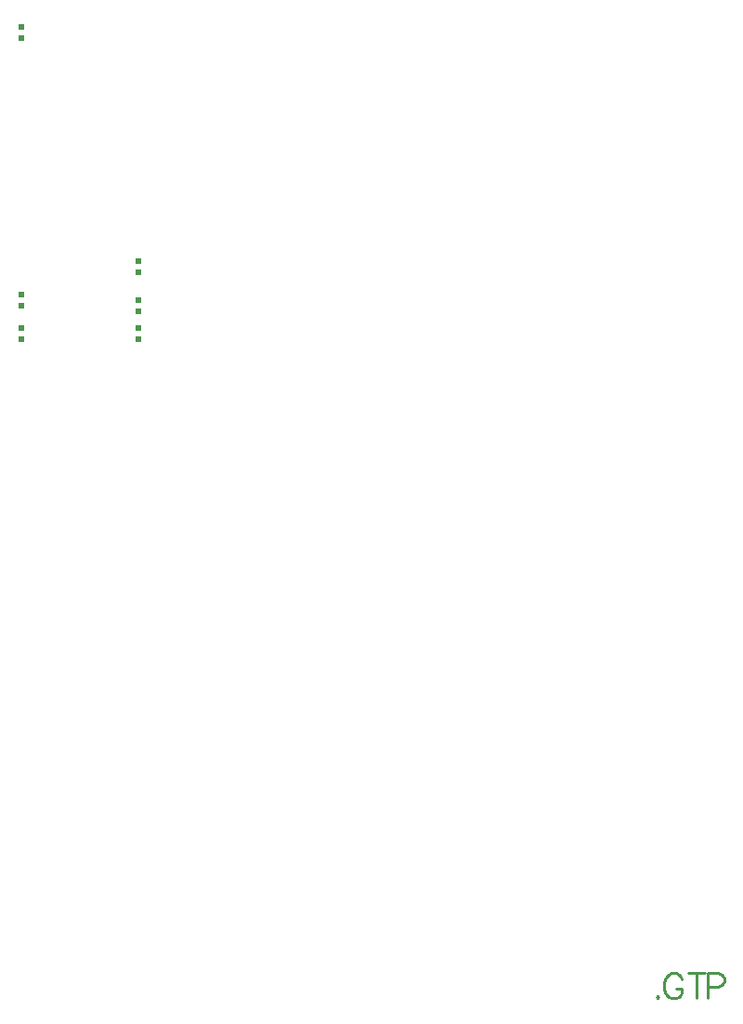
<source format=gtp>
%FSLAX44Y44*%
%MOMM*%
G71*
G01*
G75*
%ADD10C,0.2000*%
%ADD11R,0.6000X0.5000*%
%ADD12C,1.0000*%
%ADD13C,0.6000*%
%ADD14C,0.3300*%
%ADD15C,0.4000*%
%ADD16C,0.3000*%
%ADD17C,0.7000*%
%ADD18C,0.5000*%
%ADD19C,0.2540*%
%ADD20C,0.2286*%
%ADD21C,1.5000*%
%ADD22R,1.5000X1.5000*%
%ADD23C,1.4500*%
%ADD24R,1.4500X1.4500*%
%ADD25C,0.1500*%
%ADD26C,0.1270*%
%ADD27C,0.3500*%
D11*
X2292476Y1997677D02*
D03*
Y1987677D02*
D03*
Y2028157D02*
D03*
Y2018157D02*
D03*
Y2261997D02*
D03*
Y2271997D02*
D03*
X2399156Y2048637D02*
D03*
Y2058637D02*
D03*
Y2023077D02*
D03*
Y2013077D02*
D03*
Y1997677D02*
D03*
Y1987677D02*
D03*
D20*
X2872684Y1389144D02*
X2871596Y1388055D01*
X2872684Y1386967D01*
X2873772Y1388055D01*
X2872684Y1389144D01*
X2895104Y1404380D02*
X2894016Y1406557D01*
X2891839Y1408734D01*
X2889662Y1409822D01*
X2885309D01*
X2883132Y1408734D01*
X2880956Y1406557D01*
X2879867Y1404380D01*
X2878779Y1401115D01*
Y1395674D01*
X2879867Y1392409D01*
X2880956Y1390232D01*
X2883132Y1388055D01*
X2885309Y1386967D01*
X2889662D01*
X2891839Y1388055D01*
X2894016Y1390232D01*
X2895104Y1392409D01*
Y1395674D01*
X2889662D02*
X2895104D01*
X2907946Y1409822D02*
Y1386967D01*
X2900328Y1409822D02*
X2915565D01*
X2918286Y1397850D02*
X2928080D01*
X2931346Y1398939D01*
X2932434Y1400027D01*
X2933522Y1402204D01*
Y1405469D01*
X2932434Y1407645D01*
X2931346Y1408734D01*
X2928080Y1409822D01*
X2918286D01*
Y1386967D01*
M02*

</source>
